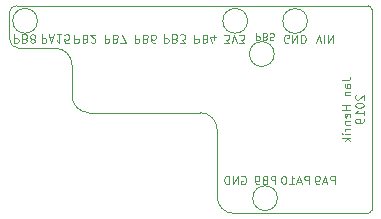
<source format=gbo>
G04 #@! TF.GenerationSoftware,KiCad,Pcbnew,5.0.1*
G04 #@! TF.CreationDate,2019-10-27T19:11:33+01:00*
G04 #@! TF.ProjectId,OtterPill-CAN,4F7474657250696C6C2D43414E2E6B69,rev?*
G04 #@! TF.SameCoordinates,Original*
G04 #@! TF.FileFunction,Legend,Bot*
G04 #@! TF.FilePolarity,Positive*
%FSLAX46Y46*%
G04 Gerber Fmt 4.6, Leading zero omitted, Abs format (unit mm)*
G04 Created by KiCad (PCBNEW 5.0.1) date Sun 27 Oct 2019 07:11:33 PM CET*
%MOMM*%
%LPD*%
G01*
G04 APERTURE LIST*
%ADD10C,0.050000*%
%ADD11C,0.100000*%
G04 APERTURE END LIST*
D10*
X63200000Y-37100000D02*
G75*
G02X62900000Y-37400000I-300000J0D01*
G01*
D11*
X55225610Y-36100000D02*
G75*
G03X55225610Y-36100000I-1045610J0D01*
G01*
X34905610Y-21090000D02*
G75*
G03X34905610Y-21090000I-1045610J0D01*
G01*
X52695610Y-21090000D02*
G75*
G03X52695610Y-21090000I-1045610J0D01*
G01*
X57765610Y-21100000D02*
G75*
G03X57765610Y-21100000I-1045610J0D01*
G01*
X54945610Y-23900000D02*
G75*
G03X54945610Y-23900000I-1045610J0D01*
G01*
D10*
X62900000Y-19800000D02*
G75*
G02X63200000Y-20100000I0J-300000D01*
G01*
X32530000Y-20410000D02*
G75*
G02X33140000Y-19800000I610000J0D01*
G01*
X33320000Y-23405246D02*
X36404426Y-23405246D01*
X32530000Y-22615246D02*
G75*
G03X33320000Y-23405246I790000J0D01*
G01*
X37834459Y-24835279D02*
G75*
G03X36404426Y-23405246I-1430033J0D01*
G01*
X37834459Y-27430000D02*
X37834459Y-24835279D01*
X50115574Y-35969966D02*
G75*
G03X51545608Y-37400000I1430034J0D01*
G01*
X37834459Y-27430000D02*
G75*
G03X39264493Y-28860034I1430034J0D01*
G01*
X48690000Y-28860000D02*
X39260000Y-28860000D01*
X50115574Y-30290034D02*
G75*
G03X48685540Y-28860000I-1430034J0D01*
G01*
X50115574Y-35964754D02*
X50115574Y-30294754D01*
D11*
X60671666Y-26110000D02*
X61171666Y-26110000D01*
X61271666Y-26076666D01*
X61338333Y-26010000D01*
X61371666Y-25910000D01*
X61371666Y-25843333D01*
X61371666Y-26743333D02*
X61005000Y-26743333D01*
X60938333Y-26710000D01*
X60905000Y-26643333D01*
X60905000Y-26510000D01*
X60938333Y-26443333D01*
X61338333Y-26743333D02*
X61371666Y-26676666D01*
X61371666Y-26510000D01*
X61338333Y-26443333D01*
X61271666Y-26410000D01*
X61205000Y-26410000D01*
X61138333Y-26443333D01*
X61105000Y-26510000D01*
X61105000Y-26676666D01*
X61071666Y-26743333D01*
X60905000Y-27076666D02*
X61371666Y-27076666D01*
X60971666Y-27076666D02*
X60938333Y-27110000D01*
X60905000Y-27176666D01*
X60905000Y-27276666D01*
X60938333Y-27343333D01*
X61005000Y-27376666D01*
X61371666Y-27376666D01*
X61371666Y-28243333D02*
X60671666Y-28243333D01*
X61005000Y-28243333D02*
X61005000Y-28643333D01*
X61371666Y-28643333D02*
X60671666Y-28643333D01*
X61338333Y-29243333D02*
X61371666Y-29176666D01*
X61371666Y-29043333D01*
X61338333Y-28976666D01*
X61271666Y-28943333D01*
X61005000Y-28943333D01*
X60938333Y-28976666D01*
X60905000Y-29043333D01*
X60905000Y-29176666D01*
X60938333Y-29243333D01*
X61005000Y-29276666D01*
X61071666Y-29276666D01*
X61138333Y-28943333D01*
X60905000Y-29576666D02*
X61371666Y-29576666D01*
X60971666Y-29576666D02*
X60938333Y-29610000D01*
X60905000Y-29676666D01*
X60905000Y-29776666D01*
X60938333Y-29843333D01*
X61005000Y-29876666D01*
X61371666Y-29876666D01*
X61371666Y-30210000D02*
X60905000Y-30210000D01*
X61038333Y-30210000D02*
X60971666Y-30243333D01*
X60938333Y-30276666D01*
X60905000Y-30343333D01*
X60905000Y-30409999D01*
X61371666Y-30643333D02*
X60905000Y-30643333D01*
X60671666Y-30643333D02*
X60705000Y-30610000D01*
X60738333Y-30643333D01*
X60705000Y-30676666D01*
X60671666Y-30643333D01*
X60738333Y-30643333D01*
X61371666Y-30976666D02*
X60671666Y-30976666D01*
X61105000Y-31043333D02*
X61371666Y-31243333D01*
X60905000Y-31243333D02*
X61171666Y-30976666D01*
X61888333Y-27360000D02*
X61855000Y-27393333D01*
X61821666Y-27460000D01*
X61821666Y-27626666D01*
X61855000Y-27693333D01*
X61888333Y-27726666D01*
X61955000Y-27760000D01*
X62021666Y-27760000D01*
X62121666Y-27726666D01*
X62521666Y-27326666D01*
X62521666Y-27760000D01*
X61821666Y-28193333D02*
X61821666Y-28260000D01*
X61855000Y-28326666D01*
X61888333Y-28360000D01*
X61955000Y-28393333D01*
X62088333Y-28426666D01*
X62255000Y-28426666D01*
X62388333Y-28393333D01*
X62455000Y-28360000D01*
X62488333Y-28326666D01*
X62521666Y-28260000D01*
X62521666Y-28193333D01*
X62488333Y-28126666D01*
X62455000Y-28093333D01*
X62388333Y-28060000D01*
X62255000Y-28026666D01*
X62088333Y-28026666D01*
X61955000Y-28060000D01*
X61888333Y-28093333D01*
X61855000Y-28126666D01*
X61821666Y-28193333D01*
X62521666Y-29093333D02*
X62521666Y-28693333D01*
X62521666Y-28893333D02*
X61821666Y-28893333D01*
X61921666Y-28826666D01*
X61988333Y-28760000D01*
X62021666Y-28693333D01*
X62521666Y-29426666D02*
X62521666Y-29560000D01*
X62488333Y-29626666D01*
X62455000Y-29660000D01*
X62355000Y-29726666D01*
X62221666Y-29760000D01*
X61955000Y-29760000D01*
X61888333Y-29726666D01*
X61855000Y-29693333D01*
X61821666Y-29626666D01*
X61821666Y-29493333D01*
X61855000Y-29426666D01*
X61888333Y-29393333D01*
X61955000Y-29360000D01*
X62121666Y-29360000D01*
X62188333Y-29393333D01*
X62221666Y-29426666D01*
X62255000Y-29493333D01*
X62255000Y-29626666D01*
X62221666Y-29693333D01*
X62188333Y-29726666D01*
X62121666Y-29760000D01*
X52178333Y-34250000D02*
X52245000Y-34216666D01*
X52345000Y-34216666D01*
X52445000Y-34250000D01*
X52511666Y-34316666D01*
X52545000Y-34383333D01*
X52578333Y-34516666D01*
X52578333Y-34616666D01*
X52545000Y-34750000D01*
X52511666Y-34816666D01*
X52445000Y-34883333D01*
X52345000Y-34916666D01*
X52278333Y-34916666D01*
X52178333Y-34883333D01*
X52145000Y-34850000D01*
X52145000Y-34616666D01*
X52278333Y-34616666D01*
X51845000Y-34916666D02*
X51845000Y-34216666D01*
X51445000Y-34916666D01*
X51445000Y-34216666D01*
X51111666Y-34916666D02*
X51111666Y-34216666D01*
X50945000Y-34216666D01*
X50845000Y-34250000D01*
X50778333Y-34316666D01*
X50745000Y-34383333D01*
X50711666Y-34516666D01*
X50711666Y-34616666D01*
X50745000Y-34750000D01*
X50778333Y-34816666D01*
X50845000Y-34883333D01*
X50945000Y-34916666D01*
X51111666Y-34916666D01*
X55061666Y-34916666D02*
X55061666Y-34216666D01*
X54795000Y-34216666D01*
X54728333Y-34250000D01*
X54695000Y-34283333D01*
X54661666Y-34350000D01*
X54661666Y-34450000D01*
X54695000Y-34516666D01*
X54728333Y-34550000D01*
X54795000Y-34583333D01*
X55061666Y-34583333D01*
X54128333Y-34550000D02*
X54028333Y-34583333D01*
X53995000Y-34616666D01*
X53961666Y-34683333D01*
X53961666Y-34783333D01*
X53995000Y-34850000D01*
X54028333Y-34883333D01*
X54095000Y-34916666D01*
X54361666Y-34916666D01*
X54361666Y-34216666D01*
X54128333Y-34216666D01*
X54061666Y-34250000D01*
X54028333Y-34283333D01*
X53995000Y-34350000D01*
X53995000Y-34416666D01*
X54028333Y-34483333D01*
X54061666Y-34516666D01*
X54128333Y-34550000D01*
X54361666Y-34550000D01*
X53628333Y-34916666D02*
X53495000Y-34916666D01*
X53428333Y-34883333D01*
X53395000Y-34850000D01*
X53328333Y-34750000D01*
X53295000Y-34616666D01*
X53295000Y-34350000D01*
X53328333Y-34283333D01*
X53361666Y-34250000D01*
X53428333Y-34216666D01*
X53561666Y-34216666D01*
X53628333Y-34250000D01*
X53661666Y-34283333D01*
X53695000Y-34350000D01*
X53695000Y-34516666D01*
X53661666Y-34583333D01*
X53628333Y-34616666D01*
X53561666Y-34650000D01*
X53428333Y-34650000D01*
X53361666Y-34616666D01*
X53328333Y-34583333D01*
X53295000Y-34516666D01*
X57895000Y-34916666D02*
X57895000Y-34216666D01*
X57628333Y-34216666D01*
X57561666Y-34250000D01*
X57528333Y-34283333D01*
X57495000Y-34350000D01*
X57495000Y-34450000D01*
X57528333Y-34516666D01*
X57561666Y-34550000D01*
X57628333Y-34583333D01*
X57895000Y-34583333D01*
X57228333Y-34716666D02*
X56895000Y-34716666D01*
X57295000Y-34916666D02*
X57061666Y-34216666D01*
X56828333Y-34916666D01*
X56228333Y-34916666D02*
X56628333Y-34916666D01*
X56428333Y-34916666D02*
X56428333Y-34216666D01*
X56495000Y-34316666D01*
X56561666Y-34383333D01*
X56628333Y-34416666D01*
X55795000Y-34216666D02*
X55728333Y-34216666D01*
X55661666Y-34250000D01*
X55628333Y-34283333D01*
X55595000Y-34350000D01*
X55561666Y-34483333D01*
X55561666Y-34650000D01*
X55595000Y-34783333D01*
X55628333Y-34850000D01*
X55661666Y-34883333D01*
X55728333Y-34916666D01*
X55795000Y-34916666D01*
X55861666Y-34883333D01*
X55895000Y-34850000D01*
X55928333Y-34783333D01*
X55961666Y-34650000D01*
X55961666Y-34483333D01*
X55928333Y-34350000D01*
X55895000Y-34283333D01*
X55861666Y-34250000D01*
X55795000Y-34216666D01*
X60061666Y-34916666D02*
X60061666Y-34216666D01*
X59795000Y-34216666D01*
X59728333Y-34250000D01*
X59695000Y-34283333D01*
X59661666Y-34350000D01*
X59661666Y-34450000D01*
X59695000Y-34516666D01*
X59728333Y-34550000D01*
X59795000Y-34583333D01*
X60061666Y-34583333D01*
X59395000Y-34716666D02*
X59061666Y-34716666D01*
X59461666Y-34916666D02*
X59228333Y-34216666D01*
X58995000Y-34916666D01*
X58728333Y-34916666D02*
X58595000Y-34916666D01*
X58528333Y-34883333D01*
X58495000Y-34850000D01*
X58428333Y-34750000D01*
X58395000Y-34616666D01*
X58395000Y-34350000D01*
X58428333Y-34283333D01*
X58461666Y-34250000D01*
X58528333Y-34216666D01*
X58661666Y-34216666D01*
X58728333Y-34250000D01*
X58761666Y-34283333D01*
X58795000Y-34350000D01*
X58795000Y-34516666D01*
X58761666Y-34583333D01*
X58728333Y-34616666D01*
X58661666Y-34650000D01*
X58528333Y-34650000D01*
X58461666Y-34616666D01*
X58428333Y-34583333D01*
X58395000Y-34516666D01*
X40588333Y-22253333D02*
X40588333Y-22953333D01*
X40855000Y-22953333D01*
X40921666Y-22920000D01*
X40955000Y-22886666D01*
X40988333Y-22820000D01*
X40988333Y-22720000D01*
X40955000Y-22653333D01*
X40921666Y-22620000D01*
X40855000Y-22586666D01*
X40588333Y-22586666D01*
X41521666Y-22620000D02*
X41621666Y-22586666D01*
X41655000Y-22553333D01*
X41688333Y-22486666D01*
X41688333Y-22386666D01*
X41655000Y-22320000D01*
X41621666Y-22286666D01*
X41555000Y-22253333D01*
X41288333Y-22253333D01*
X41288333Y-22953333D01*
X41521666Y-22953333D01*
X41588333Y-22920000D01*
X41621666Y-22886666D01*
X41655000Y-22820000D01*
X41655000Y-22753333D01*
X41621666Y-22686666D01*
X41588333Y-22653333D01*
X41521666Y-22620000D01*
X41288333Y-22620000D01*
X41921666Y-22953333D02*
X42388333Y-22953333D01*
X42088333Y-22253333D01*
X56161666Y-22930000D02*
X56095000Y-22963333D01*
X55995000Y-22963333D01*
X55895000Y-22930000D01*
X55828333Y-22863333D01*
X55795000Y-22796666D01*
X55761666Y-22663333D01*
X55761666Y-22563333D01*
X55795000Y-22430000D01*
X55828333Y-22363333D01*
X55895000Y-22296666D01*
X55995000Y-22263333D01*
X56061666Y-22263333D01*
X56161666Y-22296666D01*
X56195000Y-22330000D01*
X56195000Y-22563333D01*
X56061666Y-22563333D01*
X56495000Y-22263333D02*
X56495000Y-22963333D01*
X56895000Y-22263333D01*
X56895000Y-22963333D01*
X57228333Y-22263333D02*
X57228333Y-22963333D01*
X57395000Y-22963333D01*
X57495000Y-22930000D01*
X57561666Y-22863333D01*
X57595000Y-22796666D01*
X57628333Y-22663333D01*
X57628333Y-22563333D01*
X57595000Y-22430000D01*
X57561666Y-22363333D01*
X57495000Y-22296666D01*
X57395000Y-22263333D01*
X57228333Y-22263333D01*
X45633333Y-22243333D02*
X45633333Y-22943333D01*
X45900000Y-22943333D01*
X45966666Y-22910000D01*
X46000000Y-22876666D01*
X46033333Y-22810000D01*
X46033333Y-22710000D01*
X46000000Y-22643333D01*
X45966666Y-22610000D01*
X45900000Y-22576666D01*
X45633333Y-22576666D01*
X46566666Y-22610000D02*
X46666666Y-22576666D01*
X46700000Y-22543333D01*
X46733333Y-22476666D01*
X46733333Y-22376666D01*
X46700000Y-22310000D01*
X46666666Y-22276666D01*
X46600000Y-22243333D01*
X46333333Y-22243333D01*
X46333333Y-22943333D01*
X46566666Y-22943333D01*
X46633333Y-22910000D01*
X46666666Y-22876666D01*
X46700000Y-22810000D01*
X46700000Y-22743333D01*
X46666666Y-22676666D01*
X46633333Y-22643333D01*
X46566666Y-22610000D01*
X46333333Y-22610000D01*
X46966666Y-22943333D02*
X47400000Y-22943333D01*
X47166666Y-22676666D01*
X47266666Y-22676666D01*
X47333333Y-22643333D01*
X47366666Y-22610000D01*
X47400000Y-22543333D01*
X47400000Y-22376666D01*
X47366666Y-22310000D01*
X47333333Y-22276666D01*
X47266666Y-22243333D01*
X47066666Y-22243333D01*
X47000000Y-22276666D01*
X46966666Y-22310000D01*
X50713333Y-22953333D02*
X51146666Y-22953333D01*
X50913333Y-22686666D01*
X51013333Y-22686666D01*
X51080000Y-22653333D01*
X51113333Y-22620000D01*
X51146666Y-22553333D01*
X51146666Y-22386666D01*
X51113333Y-22320000D01*
X51080000Y-22286666D01*
X51013333Y-22253333D01*
X50813333Y-22253333D01*
X50746666Y-22286666D01*
X50713333Y-22320000D01*
X51346666Y-22953333D02*
X51580000Y-22253333D01*
X51813333Y-22953333D01*
X51980000Y-22953333D02*
X52413333Y-22953333D01*
X52180000Y-22686666D01*
X52280000Y-22686666D01*
X52346666Y-22653333D01*
X52380000Y-22620000D01*
X52413333Y-22553333D01*
X52413333Y-22386666D01*
X52380000Y-22320000D01*
X52346666Y-22286666D01*
X52280000Y-22253333D01*
X52080000Y-22253333D01*
X52013333Y-22286666D01*
X51980000Y-22320000D01*
X53397142Y-22108571D02*
X53397142Y-22708571D01*
X53625714Y-22708571D01*
X53682857Y-22680000D01*
X53711428Y-22651428D01*
X53740000Y-22594285D01*
X53740000Y-22508571D01*
X53711428Y-22451428D01*
X53682857Y-22422857D01*
X53625714Y-22394285D01*
X53397142Y-22394285D01*
X54197142Y-22422857D02*
X54282857Y-22394285D01*
X54311428Y-22365714D01*
X54340000Y-22308571D01*
X54340000Y-22222857D01*
X54311428Y-22165714D01*
X54282857Y-22137142D01*
X54225714Y-22108571D01*
X53997142Y-22108571D01*
X53997142Y-22708571D01*
X54197142Y-22708571D01*
X54254285Y-22680000D01*
X54282857Y-22651428D01*
X54311428Y-22594285D01*
X54311428Y-22537142D01*
X54282857Y-22480000D01*
X54254285Y-22451428D01*
X54197142Y-22422857D01*
X53997142Y-22422857D01*
X54882857Y-22708571D02*
X54597142Y-22708571D01*
X54568571Y-22422857D01*
X54597142Y-22451428D01*
X54654285Y-22480000D01*
X54797142Y-22480000D01*
X54854285Y-22451428D01*
X54882857Y-22422857D01*
X54911428Y-22365714D01*
X54911428Y-22222857D01*
X54882857Y-22165714D01*
X54854285Y-22137142D01*
X54797142Y-22108571D01*
X54654285Y-22108571D01*
X54597142Y-22137142D01*
X54568571Y-22165714D01*
X48188333Y-22253333D02*
X48188333Y-22953333D01*
X48455000Y-22953333D01*
X48521666Y-22920000D01*
X48555000Y-22886666D01*
X48588333Y-22820000D01*
X48588333Y-22720000D01*
X48555000Y-22653333D01*
X48521666Y-22620000D01*
X48455000Y-22586666D01*
X48188333Y-22586666D01*
X49121666Y-22620000D02*
X49221666Y-22586666D01*
X49255000Y-22553333D01*
X49288333Y-22486666D01*
X49288333Y-22386666D01*
X49255000Y-22320000D01*
X49221666Y-22286666D01*
X49155000Y-22253333D01*
X48888333Y-22253333D01*
X48888333Y-22953333D01*
X49121666Y-22953333D01*
X49188333Y-22920000D01*
X49221666Y-22886666D01*
X49255000Y-22820000D01*
X49255000Y-22753333D01*
X49221666Y-22686666D01*
X49188333Y-22653333D01*
X49121666Y-22620000D01*
X48888333Y-22620000D01*
X49888333Y-22720000D02*
X49888333Y-22253333D01*
X49721666Y-22986666D02*
X49555000Y-22486666D01*
X49988333Y-22486666D01*
X35260000Y-22243333D02*
X35260000Y-22943333D01*
X35526666Y-22943333D01*
X35593333Y-22910000D01*
X35626666Y-22876666D01*
X35660000Y-22810000D01*
X35660000Y-22710000D01*
X35626666Y-22643333D01*
X35593333Y-22610000D01*
X35526666Y-22576666D01*
X35260000Y-22576666D01*
X35926666Y-22443333D02*
X36260000Y-22443333D01*
X35860000Y-22243333D02*
X36093333Y-22943333D01*
X36326666Y-22243333D01*
X36926666Y-22243333D02*
X36526666Y-22243333D01*
X36726666Y-22243333D02*
X36726666Y-22943333D01*
X36660000Y-22843333D01*
X36593333Y-22776666D01*
X36526666Y-22743333D01*
X37560000Y-22943333D02*
X37226666Y-22943333D01*
X37193333Y-22610000D01*
X37226666Y-22643333D01*
X37293333Y-22676666D01*
X37460000Y-22676666D01*
X37526666Y-22643333D01*
X37560000Y-22610000D01*
X37593333Y-22543333D01*
X37593333Y-22376666D01*
X37560000Y-22310000D01*
X37526666Y-22276666D01*
X37460000Y-22243333D01*
X37293333Y-22243333D01*
X37226666Y-22276666D01*
X37193333Y-22310000D01*
X38038333Y-22253333D02*
X38038333Y-22953333D01*
X38305000Y-22953333D01*
X38371666Y-22920000D01*
X38405000Y-22886666D01*
X38438333Y-22820000D01*
X38438333Y-22720000D01*
X38405000Y-22653333D01*
X38371666Y-22620000D01*
X38305000Y-22586666D01*
X38038333Y-22586666D01*
X38971666Y-22620000D02*
X39071666Y-22586666D01*
X39105000Y-22553333D01*
X39138333Y-22486666D01*
X39138333Y-22386666D01*
X39105000Y-22320000D01*
X39071666Y-22286666D01*
X39005000Y-22253333D01*
X38738333Y-22253333D01*
X38738333Y-22953333D01*
X38971666Y-22953333D01*
X39038333Y-22920000D01*
X39071666Y-22886666D01*
X39105000Y-22820000D01*
X39105000Y-22753333D01*
X39071666Y-22686666D01*
X39038333Y-22653333D01*
X38971666Y-22620000D01*
X38738333Y-22620000D01*
X39405000Y-22886666D02*
X39438333Y-22920000D01*
X39505000Y-22953333D01*
X39671666Y-22953333D01*
X39738333Y-22920000D01*
X39771666Y-22886666D01*
X39805000Y-22820000D01*
X39805000Y-22753333D01*
X39771666Y-22653333D01*
X39371666Y-22253333D01*
X39805000Y-22253333D01*
X58478333Y-22953333D02*
X58711666Y-22253333D01*
X58945000Y-22953333D01*
X59178333Y-22253333D02*
X59178333Y-22953333D01*
X59511666Y-22253333D02*
X59511666Y-22953333D01*
X59911666Y-22253333D01*
X59911666Y-22953333D01*
X32933333Y-22243333D02*
X32933333Y-22943333D01*
X33200000Y-22943333D01*
X33266666Y-22910000D01*
X33300000Y-22876666D01*
X33333333Y-22810000D01*
X33333333Y-22710000D01*
X33300000Y-22643333D01*
X33266666Y-22610000D01*
X33200000Y-22576666D01*
X32933333Y-22576666D01*
X33866666Y-22610000D02*
X33966666Y-22576666D01*
X34000000Y-22543333D01*
X34033333Y-22476666D01*
X34033333Y-22376666D01*
X34000000Y-22310000D01*
X33966666Y-22276666D01*
X33900000Y-22243333D01*
X33633333Y-22243333D01*
X33633333Y-22943333D01*
X33866666Y-22943333D01*
X33933333Y-22910000D01*
X33966666Y-22876666D01*
X34000000Y-22810000D01*
X34000000Y-22743333D01*
X33966666Y-22676666D01*
X33933333Y-22643333D01*
X33866666Y-22610000D01*
X33633333Y-22610000D01*
X34433333Y-22643333D02*
X34366666Y-22676666D01*
X34333333Y-22710000D01*
X34300000Y-22776666D01*
X34300000Y-22810000D01*
X34333333Y-22876666D01*
X34366666Y-22910000D01*
X34433333Y-22943333D01*
X34566666Y-22943333D01*
X34633333Y-22910000D01*
X34666666Y-22876666D01*
X34700000Y-22810000D01*
X34700000Y-22776666D01*
X34666666Y-22710000D01*
X34633333Y-22676666D01*
X34566666Y-22643333D01*
X34433333Y-22643333D01*
X34366666Y-22610000D01*
X34333333Y-22576666D01*
X34300000Y-22510000D01*
X34300000Y-22376666D01*
X34333333Y-22310000D01*
X34366666Y-22276666D01*
X34433333Y-22243333D01*
X34566666Y-22243333D01*
X34633333Y-22276666D01*
X34666666Y-22310000D01*
X34700000Y-22376666D01*
X34700000Y-22510000D01*
X34666666Y-22576666D01*
X34633333Y-22610000D01*
X34566666Y-22643333D01*
X43143333Y-22253333D02*
X43143333Y-22953333D01*
X43410000Y-22953333D01*
X43476666Y-22920000D01*
X43510000Y-22886666D01*
X43543333Y-22820000D01*
X43543333Y-22720000D01*
X43510000Y-22653333D01*
X43476666Y-22620000D01*
X43410000Y-22586666D01*
X43143333Y-22586666D01*
X44076666Y-22620000D02*
X44176666Y-22586666D01*
X44210000Y-22553333D01*
X44243333Y-22486666D01*
X44243333Y-22386666D01*
X44210000Y-22320000D01*
X44176666Y-22286666D01*
X44110000Y-22253333D01*
X43843333Y-22253333D01*
X43843333Y-22953333D01*
X44076666Y-22953333D01*
X44143333Y-22920000D01*
X44176666Y-22886666D01*
X44210000Y-22820000D01*
X44210000Y-22753333D01*
X44176666Y-22686666D01*
X44143333Y-22653333D01*
X44076666Y-22620000D01*
X43843333Y-22620000D01*
X44843333Y-22953333D02*
X44710000Y-22953333D01*
X44643333Y-22920000D01*
X44610000Y-22886666D01*
X44543333Y-22786666D01*
X44510000Y-22653333D01*
X44510000Y-22386666D01*
X44543333Y-22320000D01*
X44576666Y-22286666D01*
X44643333Y-22253333D01*
X44776666Y-22253333D01*
X44843333Y-22286666D01*
X44876666Y-22320000D01*
X44910000Y-22386666D01*
X44910000Y-22553333D01*
X44876666Y-22620000D01*
X44843333Y-22653333D01*
X44776666Y-22686666D01*
X44643333Y-22686666D01*
X44576666Y-22653333D01*
X44543333Y-22620000D01*
X44510000Y-22553333D01*
D10*
X32530000Y-20410000D02*
X32530000Y-22615246D01*
X62900000Y-19800000D02*
X33140000Y-19800000D01*
X63200000Y-20110000D02*
X63200000Y-37100000D01*
X51540000Y-37400000D02*
X62900000Y-37400000D01*
M02*

</source>
